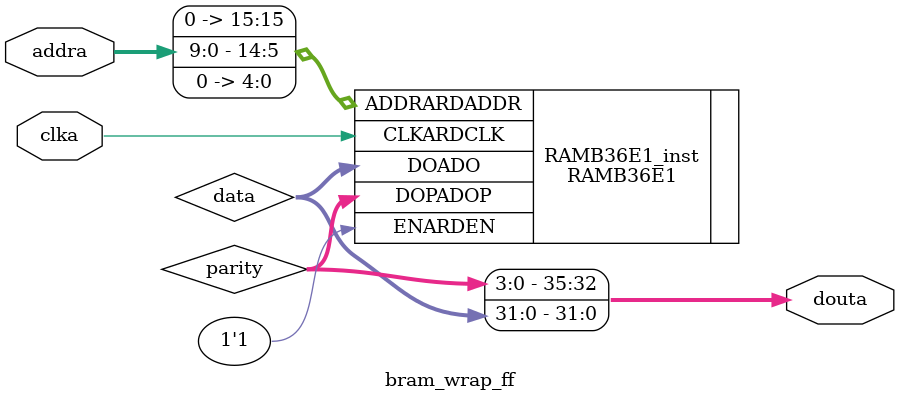
<source format=v>
`timescale 1ns / 1ps


module bram_wrap_ff(
    input clka,
    input [9:0] addra,
    output [35:0] douta
    );
    
    wire [31:0] data;
    wire [3:0] parity;
    
    assign douta = {parity, data};
    
RAMB36E1 #(
   // Address Collision Mode: "PERFORMANCE" or "DELAYED_WRITE"
   .RDADDR_COLLISION_HWCONFIG("DELAYED_WRITE"),
   // Collision check: Values ("ALL", "WARNING_ONLY", "GENERATE_X_ONLY" or "NONE")
   .SIM_COLLISION_CHECK("ALL"),
   // DOA_REG, DOB_REG: Optional output register (0 or 1)
   .DOA_REG(0),
   .DOB_REG(0),
   .EN_ECC_READ("FALSE"),                                                            // Enable ECC decoder,
                                                                                     // FALSE, TRUE
   .EN_ECC_WRITE("FALSE"),                                                           // Enable ECC encoder,
                                                                                     // FALSE, TRUE
   // INITP_00 to INITP_0F: Initial contents of the parity memory array
        .INITP_00(256'hFFFFFFFFFFFFFFFFFFFFFFFFFFFFFFFFFFFFFFFFFFFFFFFFFFFFFFFFFFFFFFFF),
        .INITP_01(256'hFFFFFFFFFFFFFFFFFFFFFFFFFFFFFFFFFFFFFFFFFFFFFFFFFFFFFFFFFFFFFFFF),
        .INITP_02(256'hFFFFFFFFFFFFFFFFFFFFFFFFFFFFFFFFFFFFFFFFFFFFFFFFFFFFFFFFFFFFFFFF),
        .INITP_03(256'hFFFFFFFFFFFFFFFFFFFFFFFFFFFFFFFFFFFFFFFFFFFFFFFFFFFFFFFFFFFFFFFF),
        .INITP_04(256'hFFFFFFFFFFFFFFFFFFFFFFFFFFFFFFFFFFFFFFFFFFFFFFFFFFFFFFFFFFFFFFFF),
        .INITP_05(256'hFFFFFFFFFFFFFFFFFFFFFFFFFFFFFFFFFFFFFFFFFFFFFFFFFFFFFFFFFFFFFFFF),
        .INITP_06(256'hFFFFFFFFFFFFFFFFFFFFFFFFFFFFFFFFFFFFFFFFFFFFFFFFFFFFFFFFFFFFFFFF),
        .INITP_07(256'hFFFFFFFFFFFFFFFFFFFFFFFFFFFFFFFFFFFFFFFFFFFFFFFFFFFFFFFFFFFFFFFF),
        .INITP_08(256'hFFFFFFFFFFFFFFFFFFFFFFFFFFFFFFFFFFFFFFFFFFFFFFFFFFFFFFFFFFFFFFFF),
        .INITP_09(256'hFFFFFFFFFFFFFFFFFFFFFFFFFFFFFFFFFFFFFFFFFFFFFFFFFFFFFFFFFFFFFFFF),
        .INITP_0A(256'hFFFFFFFFFFFFFFFFFFFFFFFFFFFFFFFFFFFFFFFFFFFFFFFFFFFFFFFFFFFFFFFF),
        .INITP_0B(256'hFFFFFFFFFFFFFFFFFFFFFFFFFFFFFFFFFFFFFFFFFFFFFFFFFFFFFFFFFFFFFFFF),
        .INITP_0C(256'hFFFFFFFFFFFFFFFFFFFFFFFFFFFFFFFFFFFFFFFFFFFFFFFFFFFFFFFFFFFFFFFF),
        .INITP_0D(256'hFFFFFFFFFFFFFFFFFFFFFFFFFFFFFFFFFFFFFFFFFFFFFFFFFFFFFFFFFFFFFFFF),
        .INITP_0E(256'hFFFFFFFFFFFFFFFFFFFFFFFFFFFFFFFFFFFFFFFFFFFFFFFFFFFFFFFFFFFFFFFF),
        .INITP_0F(256'hFFFFFFFFFFFFFFFFFFFFFFFFFFFFFFFFFFFFFFFFFFFFFFFFFFFFFFFFFFFFFFFF),
   // INIT_00 to INIT_7F: Initial contents of the data memory array
        .INIT_00(256'hFFFFFFFFFFFFFFFFFFFFFFFFFFFFFFFFFFFFFFFFFFFFFFFFFFFFFFFFFFFFFFFF),
        .INIT_01(256'hFFFFFFFFFFFFFFFFFFFFFFFFFFFFFFFFFFFFFFFFFFFFFFFFFFFFFFFFFFFFFFFF),
        .INIT_02(256'hFFFFFFFFFFFFFFFFFFFFFFFFFFFFFFFFFFFFFFFFFFFFFFFFFFFFFFFFFFFFFFFF),
        .INIT_03(256'hFFFFFFFFFFFFFFFFFFFFFFFFFFFFFFFFFFFFFFFFFFFFFFFFFFFFFFFFFFFFFFFF),
        .INIT_04(256'hFFFFFFFFFFFFFFFFFFFFFFFFFFFFFFFFFFFFFFFFFFFFFFFFFFFFFFFFFFFFFFFF),
        .INIT_05(256'hFFFFFFFFFFFFFFFFFFFFFFFFFFFFFFFFFFFFFFFFFFFFFFFFFFFFFFFFFFFFFFFF),
        .INIT_06(256'hFFFFFFFFFFFFFFFFFFFFFFFFFFFFFFFFFFFFFFFFFFFFFFFFFFFFFFFFFFFFFFFF),
        .INIT_07(256'hFFFFFFFFFFFFFFFFFFFFFFFFFFFFFFFFFFFFFFFFFFFFFFFFFFFFFFFFFFFFFFFF),
        .INIT_08(256'hFFFFFFFFFFFFFFFFFFFFFFFFFFFFFFFFFFFFFFFFFFFFFFFFFFFFFFFFFFFFFFFF),
        .INIT_09(256'hFFFFFFFFFFFFFFFFFFFFFFFFFFFFFFFFFFFFFFFFFFFFFFFFFFFFFFFFFFFFFFFF),
        .INIT_0A(256'hFFFFFFFFFFFFFFFFFFFFFFFFFFFFFFFFFFFFFFFFFFFFFFFFFFFFFFFFFFFFFFFF),
        .INIT_0B(256'hFFFFFFFFFFFFFFFFFFFFFFFFFFFFFFFFFFFFFFFFFFFFFFFFFFFFFFFFFFFFFFFF),
        .INIT_0C(256'hFFFFFFFFFFFFFFFFFFFFFFFFFFFFFFFFFFFFFFFFFFFFFFFFFFFFFFFFFFFFFFFF),
        .INIT_0D(256'hFFFFFFFFFFFFFFFFFFFFFFFFFFFFFFFFFFFFFFFFFFFFFFFFFFFFFFFFFFFFFFFF),
        .INIT_0E(256'hFFFFFFFFFFFFFFFFFFFFFFFFFFFFFFFFFFFFFFFFFFFFFFFFFFFFFFFFFFFFFFFF),
        .INIT_0F(256'hFFFFFFFFFFFFFFFFFFFFFFFFFFFFFFFFFFFFFFFFFFFFFFFFFFFFFFFFFFFFFFFF),
        .INIT_10(256'hFFFFFFFFFFFFFFFFFFFFFFFFFFFFFFFFFFFFFFFFFFFFFFFFFFFFFFFFFFFFFFFF),
        .INIT_11(256'hFFFFFFFFFFFFFFFFFFFFFFFFFFFFFFFFFFFFFFFFFFFFFFFFFFFFFFFFFFFFFFFF),
        .INIT_12(256'hFFFFFFFFFFFFFFFFFFFFFFFFFFFFFFFFFFFFFFFFFFFFFFFFFFFFFFFFFFFFFFFF),
        .INIT_13(256'hFFFFFFFFFFFFFFFFFFFFFFFFFFFFFFFFFFFFFFFFFFFFFFFFFFFFFFFFFFFFFFFF),
        .INIT_14(256'hFFFFFFFFFFFFFFFFFFFFFFFFFFFFFFFFFFFFFFFFFFFFFFFFFFFFFFFFFFFFFFFF),
        .INIT_15(256'hFFFFFFFFFFFFFFFFFFFFFFFFFFFFFFFFFFFFFFFFFFFFFFFFFFFFFFFFFFFFFFFF),
        .INIT_16(256'hFFFFFFFFFFFFFFFFFFFFFFFFFFFFFFFFFFFFFFFFFFFFFFFFFFFFFFFFFFFFFFFF),
        .INIT_17(256'hFFFFFFFFFFFFFFFFFFFFFFFFFFFFFFFFFFFFFFFFFFFFFFFFFFFFFFFFFFFFFFFF),
        .INIT_18(256'hFFFFFFFFFFFFFFFFFFFFFFFFFFFFFFFFFFFFFFFFFFFFFFFFFFFFFFFFFFFFFFFF),
        .INIT_19(256'hFFFFFFFFFFFFFFFFFFFFFFFFFFFFFFFFFFFFFFFFFFFFFFFFFFFFFFFFFFFFFFFF),
        .INIT_1A(256'hFFFFFFFFFFFFFFFFFFFFFFFFFFFFFFFFFFFFFFFFFFFFFFFFFFFFFFFFFFFFFFFF),
        .INIT_1B(256'hFFFFFFFFFFFFFFFFFFFFFFFFFFFFFFFFFFFFFFFFFFFFFFFFFFFFFFFFFFFFFFFF),
        .INIT_1C(256'hFFFFFFFFFFFFFFFFFFFFFFFFFFFFFFFFFFFFFFFFFFFFFFFFFFFFFFFFFFFFFFFF),
        .INIT_1D(256'hFFFFFFFFFFFFFFFFFFFFFFFFFFFFFFFFFFFFFFFFFFFFFFFFFFFFFFFFFFFFFFFF),
        .INIT_1E(256'hFFFFFFFFFFFFFFFFFFFFFFFFFFFFFFFFFFFFFFFFFFFFFFFFFFFFFFFFFFFFFFFF),
        .INIT_1F(256'hFFFFFFFFFFFFFFFFFFFFFFFFFFFFFFFFFFFFFFFFFFFFFFFFFFFFFFFFFFFFFFFF),
        .INIT_20(256'hFFFFFFFFFFFFFFFFFFFFFFFFFFFFFFFFFFFFFFFFFFFFFFFFFFFFFFFFFFFFFFFF),
        .INIT_21(256'hFFFFFFFFFFFFFFFFFFFFFFFFFFFFFFFFFFFFFFFFFFFFFFFFFFFFFFFFFFFFFFFF),
        .INIT_22(256'hFFFFFFFFFFFFFFFFFFFFFFFFFFFFFFFFFFFFFFFFFFFFFFFFFFFFFFFFFFFFFFFF),
        .INIT_23(256'hFFFFFFFFFFFFFFFFFFFFFFFFFFFFFFFFFFFFFFFFFFFFFFFFFFFFFFFFFFFFFFFF),
        .INIT_24(256'hFFFFFFFFFFFFFFFFFFFFFFFFFFFFFFFFFFFFFFFFFFFFFFFFFFFFFFFFFFFFFFFF),
        .INIT_25(256'hFFFFFFFFFFFFFFFFFFFFFFFFFFFFFFFFFFFFFFFFFFFFFFFFFFFFFFFFFFFFFFFF),
        .INIT_26(256'hFFFFFFFFFFFFFFFFFFFFFFFFFFFFFFFFFFFFFFFFFFFFFFFFFFFFFFFFFFFFFFFF),
        .INIT_27(256'hFFFFFFFFFFFFFFFFFFFFFFFFFFFFFFFFFFFFFFFFFFFFFFFFFFFFFFFFFFFFFFFF),
        .INIT_28(256'hFFFFFFFFFFFFFFFFFFFFFFFFFFFFFFFFFFFFFFFFFFFFFFFFFFFFFFFFFFFFFFFF),
        .INIT_29(256'hFFFFFFFFFFFFFFFFFFFFFFFFFFFFFFFFFFFFFFFFFFFFFFFFFFFFFFFFFFFFFFFF),
        .INIT_2A(256'hFFFFFFFFFFFFFFFFFFFFFFFFFFFFFFFFFFFFFFFFFFFFFFFFFFFFFFFFFFFFFFFF),
        .INIT_2B(256'hFFFFFFFFFFFFFFFFFFFFFFFFFFFFFFFFFFFFFFFFFFFFFFFFFFFFFFFFFFFFFFFF),
        .INIT_2C(256'hFFFFFFFFFFFFFFFFFFFFFFFFFFFFFFFFFFFFFFFFFFFFFFFFFFFFFFFFFFFFFFFF),
        .INIT_2D(256'hFFFFFFFFFFFFFFFFFFFFFFFFFFFFFFFFFFFFFFFFFFFFFFFFFFFFFFFFFFFFFFFF),
        .INIT_2E(256'hFFFFFFFFFFFFFFFFFFFFFFFFFFFFFFFFFFFFFFFFFFFFFFFFFFFFFFFFFFFFFFFF),
        .INIT_2F(256'hFFFFFFFFFFFFFFFFFFFFFFFFFFFFFFFFFFFFFFFFFFFFFFFFFFFFFFFFFFFFFFFF),
        .INIT_30(256'hFFFFFFFFFFFFFFFFFFFFFFFFFFFFFFFFFFFFFFFFFFFFFFFFFFFFFFFFFFFFFFFF),
        .INIT_31(256'hFFFFFFFFFFFFFFFFFFFFFFFFFFFFFFFFFFFFFFFFFFFFFFFFFFFFFFFFFFFFFFFF),
        .INIT_32(256'hFFFFFFFFFFFFFFFFFFFFFFFFFFFFFFFFFFFFFFFFFFFFFFFFFFFFFFFFFFFFFFFF),
        .INIT_33(256'hFFFFFFFFFFFFFFFFFFFFFFFFFFFFFFFFFFFFFFFFFFFFFFFFFFFFFFFFFFFFFFFF),
        .INIT_34(256'hFFFFFFFFFFFFFFFFFFFFFFFFFFFFFFFFFFFFFFFFFFFFFFFFFFFFFFFFFFFFFFFF),
        .INIT_35(256'hFFFFFFFFFFFFFFFFFFFFFFFFFFFFFFFFFFFFFFFFFFFFFFFFFFFFFFFFFFFFFFFF),
        .INIT_36(256'hFFFFFFFFFFFFFFFFFFFFFFFFFFFFFFFFFFFFFFFFFFFFFFFFFFFFFFFFFFFFFFFF),
        .INIT_37(256'hFFFFFFFFFFFFFFFFFFFFFFFFFFFFFFFFFFFFFFFFFFFFFFFFFFFFFFFFFFFFFFFF),
        .INIT_38(256'hFFFFFFFFFFFFFFFFFFFFFFFFFFFFFFFFFFFFFFFFFFFFFFFFFFFFFFFFFFFFFFFF),
        .INIT_39(256'hFFFFFFFFFFFFFFFFFFFFFFFFFFFFFFFFFFFFFFFFFFFFFFFFFFFFFFFFFFFFFFFF),
        .INIT_3A(256'hFFFFFFFFFFFFFFFFFFFFFFFFFFFFFFFFFFFFFFFFFFFFFFFFFFFFFFFFFFFFFFFF),
        .INIT_3B(256'hFFFFFFFFFFFFFFFFFFFFFFFFFFFFFFFFFFFFFFFFFFFFFFFFFFFFFFFFFFFFFFFF),
        .INIT_3C(256'hFFFFFFFFFFFFFFFFFFFFFFFFFFFFFFFFFFFFFFFFFFFFFFFFFFFFFFFFFFFFFFFF),
        .INIT_3D(256'hFFFFFFFFFFFFFFFFFFFFFFFFFFFFFFFFFFFFFFFFFFFFFFFFFFFFFFFFFFFFFFFF),
        .INIT_3E(256'hFFFFFFFFFFFFFFFFFFFFFFFFFFFFFFFFFFFFFFFFFFFFFFFFFFFFFFFFFFFFFFFF),
        .INIT_3F(256'hFFFFFFFFFFFFFFFFFFFFFFFFFFFFFFFFFFFFFFFFFFFFFFFFFFFFFFFFFFFFFFFF),
        .INIT_40(256'hFFFFFFFFFFFFFFFFFFFFFFFFFFFFFFFFFFFFFFFFFFFFFFFFFFFFFFFFFFFFFFFF),
        .INIT_41(256'hFFFFFFFFFFFFFFFFFFFFFFFFFFFFFFFFFFFFFFFFFFFFFFFFFFFFFFFFFFFFFFFF),
        .INIT_42(256'hFFFFFFFFFFFFFFFFFFFFFFFFFFFFFFFFFFFFFFFFFFFFFFFFFFFFFFFFFFFFFFFF),
        .INIT_43(256'hFFFFFFFFFFFFFFFFFFFFFFFFFFFFFFFFFFFFFFFFFFFFFFFFFFFFFFFFFFFFFFFF),
        .INIT_44(256'hFFFFFFFFFFFFFFFFFFFFFFFFFFFFFFFFFFFFFFFFFFFFFFFFFFFFFFFFFFFFFFFF),
        .INIT_45(256'hFFFFFFFFFFFFFFFFFFFFFFFFFFFFFFFFFFFFFFFFFFFFFFFFFFFFFFFFFFFFFFFF),
        .INIT_46(256'hFFFFFFFFFFFFFFFFFFFFFFFFFFFFFFFFFFFFFFFFFFFFFFFFFFFFFFFFFFFFFFFF),
        .INIT_47(256'hFFFFFFFFFFFFFFFFFFFFFFFFFFFFFFFFFFFFFFFFFFFFFFFFFFFFFFFFFFFFFFFF),
        .INIT_48(256'hFFFFFFFFFFFFFFFFFFFFFFFFFFFFFFFFFFFFFFFFFFFFFFFFFFFFFFFFFFFFFFFF),
        .INIT_49(256'hFFFFFFFFFFFFFFFFFFFFFFFFFFFFFFFFFFFFFFFFFFFFFFFFFFFFFFFFFFFFFFFF),
        .INIT_4A(256'hFFFFFFFFFFFFFFFFFFFFFFFFFFFFFFFFFFFFFFFFFFFFFFFFFFFFFFFFFFFFFFFF),
        .INIT_4B(256'hFFFFFFFFFFFFFFFFFFFFFFFFFFFFFFFFFFFFFFFFFFFFFFFFFFFFFFFFFFFFFFFF),
        .INIT_4C(256'hFFFFFFFFFFFFFFFFFFFFFFFFFFFFFFFFFFFFFFFFFFFFFFFFFFFFFFFFFFFFFFFF),
        .INIT_4D(256'hFFFFFFFFFFFFFFFFFFFFFFFFFFFFFFFFFFFFFFFFFFFFFFFFFFFFFFFFFFFFFFFF),
        .INIT_4E(256'hFFFFFFFFFFFFFFFFFFFFFFFFFFFFFFFFFFFFFFFFFFFFFFFFFFFFFFFFFFFFFFFF),
        .INIT_4F(256'hFFFFFFFFFFFFFFFFFFFFFFFFFFFFFFFFFFFFFFFFFFFFFFFFFFFFFFFFFFFFFFFF),
        .INIT_50(256'hFFFFFFFFFFFFFFFFFFFFFFFFFFFFFFFFFFFFFFFFFFFFFFFFFFFFFFFFFFFFFFFF),
        .INIT_51(256'hFFFFFFFFFFFFFFFFFFFFFFFFFFFFFFFFFFFFFFFFFFFFFFFFFFFFFFFFFFFFFFFF),
        .INIT_52(256'hFFFFFFFFFFFFFFFFFFFFFFFFFFFFFFFFFFFFFFFFFFFFFFFFFFFFFFFFFFFFFFFF),
        .INIT_53(256'hFFFFFFFFFFFFFFFFFFFFFFFFFFFFFFFFFFFFFFFFFFFFFFFFFFFFFFFFFFFFFFFF),
        .INIT_54(256'hFFFFFFFFFFFFFFFFFFFFFFFFFFFFFFFFFFFFFFFFFFFFFFFFFFFFFFFFFFFFFFFF),
        .INIT_55(256'hFFFFFFFFFFFFFFFFFFFFFFFFFFFFFFFFFFFFFFFFFFFFFFFFFFFFFFFFFFFFFFFF),
        .INIT_56(256'hFFFFFFFFFFFFFFFFFFFFFFFFFFFFFFFFFFFFFFFFFFFFFFFFFFFFFFFFFFFFFFFF),
        .INIT_57(256'hFFFFFFFFFFFFFFFFFFFFFFFFFFFFFFFFFFFFFFFFFFFFFFFFFFFFFFFFFFFFFFFF),
        .INIT_58(256'hFFFFFFFFFFFFFFFFFFFFFFFFFFFFFFFFFFFFFFFFFFFFFFFFFFFFFFFFFFFFFFFF),
        .INIT_59(256'hFFFFFFFFFFFFFFFFFFFFFFFFFFFFFFFFFFFFFFFFFFFFFFFFFFFFFFFFFFFFFFFF),
        .INIT_5A(256'hFFFFFFFFFFFFFFFFFFFFFFFFFFFFFFFFFFFFFFFFFFFFFFFFFFFFFFFFFFFFFFFF),
        .INIT_5B(256'hFFFFFFFFFFFFFFFFFFFFFFFFFFFFFFFFFFFFFFFFFFFFFFFFFFFFFFFFFFFFFFFF),
        .INIT_5C(256'hFFFFFFFFFFFFFFFFFFFFFFFFFFFFFFFFFFFFFFFFFFFFFFFFFFFFFFFFFFFFFFFF),
        .INIT_5D(256'hFFFFFFFFFFFFFFFFFFFFFFFFFFFFFFFFFFFFFFFFFFFFFFFFFFFFFFFFFFFFFFFF),
        .INIT_5E(256'hFFFFFFFFFFFFFFFFFFFFFFFFFFFFFFFFFFFFFFFFFFFFFFFFFFFFFFFFFFFFFFFF),
        .INIT_5F(256'hFFFFFFFFFFFFFFFFFFFFFFFFFFFFFFFFFFFFFFFFFFFFFFFFFFFFFFFFFFFFFFFF),
        .INIT_60(256'hFFFFFFFFFFFFFFFFFFFFFFFFFFFFFFFFFFFFFFFFFFFFFFFFFFFFFFFFFFFFFFFF),
        .INIT_61(256'hFFFFFFFFFFFFFFFFFFFFFFFFFFFFFFFFFFFFFFFFFFFFFFFFFFFFFFFFFFFFFFFF),
        .INIT_62(256'hFFFFFFFFFFFFFFFFFFFFFFFFFFFFFFFFFFFFFFFFFFFFFFFFFFFFFFFFFFFFFFFF),
        .INIT_63(256'hFFFFFFFFFFFFFFFFFFFFFFFFFFFFFFFFFFFFFFFFFFFFFFFFFFFFFFFFFFFFFFFF),
        .INIT_64(256'hFFFFFFFFFFFFFFFFFFFFFFFFFFFFFFFFFFFFFFFFFFFFFFFFFFFFFFFFFFFFFFFF),
        .INIT_65(256'hFFFFFFFFFFFFFFFFFFFFFFFFFFFFFFFFFFFFFFFFFFFFFFFFFFFFFFFFFFFFFFFF),
        .INIT_66(256'hFFFFFFFFFFFFFFFFFFFFFFFFFFFFFFFFFFFFFFFFFFFFFFFFFFFFFFFFFFFFFFFF),
        .INIT_67(256'hFFFFFFFFFFFFFFFFFFFFFFFFFFFFFFFFFFFFFFFFFFFFFFFFFFFFFFFFFFFFFFFF),
        .INIT_68(256'hFFFFFFFFFFFFFFFFFFFFFFFFFFFFFFFFFFFFFFFFFFFFFFFFFFFFFFFFFFFFFFFF),
        .INIT_69(256'hFFFFFFFFFFFFFFFFFFFFFFFFFFFFFFFFFFFFFFFFFFFFFFFFFFFFFFFFFFFFFFFF),
        .INIT_6A(256'hFFFFFFFFFFFFFFFFFFFFFFFFFFFFFFFFFFFFFFFFFFFFFFFFFFFFFFFFFFFFFFFF),
        .INIT_6B(256'hFFFFFFFFFFFFFFFFFFFFFFFFFFFFFFFFFFFFFFFFFFFFFFFFFFFFFFFFFFFFFFFF),
        .INIT_6C(256'hFFFFFFFFFFFFFFFFFFFFFFFFFFFFFFFFFFFFFFFFFFFFFFFFFFFFFFFFFFFFFFFF),
        .INIT_6D(256'hFFFFFFFFFFFFFFFFFFFFFFFFFFFFFFFFFFFFFFFFFFFFFFFFFFFFFFFFFFFFFFFF),
        .INIT_6E(256'hFFFFFFFFFFFFFFFFFFFFFFFFFFFFFFFFFFFFFFFFFFFFFFFFFFFFFFFFFFFFFFFF),
        .INIT_6F(256'hFFFFFFFFFFFFFFFFFFFFFFFFFFFFFFFFFFFFFFFFFFFFFFFFFFFFFFFFFFFFFFFF),
        .INIT_70(256'hFFFFFFFFFFFFFFFFFFFFFFFFFFFFFFFFFFFFFFFFFFFFFFFFFFFFFFFFFFFFFFFF),
        .INIT_71(256'hFFFFFFFFFFFFFFFFFFFFFFFFFFFFFFFFFFFFFFFFFFFFFFFFFFFFFFFFFFFFFFFF),
        .INIT_72(256'hFFFFFFFFFFFFFFFFFFFFFFFFFFFFFFFFFFFFFFFFFFFFFFFFFFFFFFFFFFFFFFFF),
        .INIT_73(256'hFFFFFFFFFFFFFFFFFFFFFFFFFFFFFFFFFFFFFFFFFFFFFFFFFFFFFFFFFFFFFFFF),
        .INIT_74(256'hFFFFFFFFFFFFFFFFFFFFFFFFFFFFFFFFFFFFFFFFFFFFFFFFFFFFFFFFFFFFFFFF),
        .INIT_75(256'hFFFFFFFFFFFFFFFFFFFFFFFFFFFFFFFFFFFFFFFFFFFFFFFFFFFFFFFFFFFFFFFF),
        .INIT_76(256'hFFFFFFFFFFFFFFFFFFFFFFFFFFFFFFFFFFFFFFFFFFFFFFFFFFFFFFFFFFFFFFFF),
        .INIT_77(256'hFFFFFFFFFFFFFFFFFFFFFFFFFFFFFFFFFFFFFFFFFFFFFFFFFFFFFFFFFFFFFFFF),
        .INIT_78(256'hFFFFFFFFFFFFFFFFFFFFFFFFFFFFFFFFFFFFFFFFFFFFFFFFFFFFFFFFFFFFFFFF),
        .INIT_79(256'hFFFFFFFFFFFFFFFFFFFFFFFFFFFFFFFFFFFFFFFFFFFFFFFFFFFFFFFFFFFFFFFF),
        .INIT_7A(256'hFFFFFFFFFFFFFFFFFFFFFFFFFFFFFFFFFFFFFFFFFFFFFFFFFFFFFFFFFFFFFFFF),
        .INIT_7B(256'hFFFFFFFFFFFFFFFFFFFFFFFFFFFFFFFFFFFFFFFFFFFFFFFFFFFFFFFFFFFFFFFF),
        .INIT_7C(256'hFFFFFFFFFFFFFFFFFFFFFFFFFFFFFFFFFFFFFFFFFFFFFFFFFFFFFFFFFFFFFFFF),
        .INIT_7D(256'hFFFFFFFFFFFFFFFFFFFFFFFFFFFFFFFFFFFFFFFFFFFFFFFFFFFFFFFFFFFFFFFF),
        .INIT_7E(256'hFFFFFFFFFFFFFFFFFFFFFFFFFFFFFFFFFFFFFFFFFFFFFFFFFFFFFFFFFFFFFFFF),
        .INIT_7F(256'hFFFFFFFFFFFFFFFFFFFFFFFFFFFFFFFFFFFFFFFFFFFFFFFFFFFFFFFFFFFFFFFF),
   // INIT_A, INIT_B: Initial values on output ports
   .INIT_A(36'h000000000),
   .INIT_B(36'h000000000),
   // Initialization File: RAM initialization file
   .INIT_FILE("NONE"),
   // RAM Mode: "SDP" or "TDP"
   .RAM_MODE("TDP"),
   // RAM_EXTENSION_A, RAM_EXTENSION_B: Selects cascade mode ("UPPER", "LOWER", or "NONE")
   .RAM_EXTENSION_A("NONE"),
   .RAM_EXTENSION_B("NONE"),
   // READ_WIDTH_A/B, WRITE_WIDTH_A/B: Read/write width per port
   .READ_WIDTH_A(36),                                                                 // 0-72
   .READ_WIDTH_B(0),                                                                 // 0-36
   .WRITE_WIDTH_A(0),                                                                // 0-36
   .WRITE_WIDTH_B(0),                                                                // 0-72
   // RSTREG_PRIORITY_A, RSTREG_PRIORITY_B: Reset or enable priority ("RSTREG" or "REGCE")
   .RSTREG_PRIORITY_A("RSTREG"),
   .RSTREG_PRIORITY_B("RSTREG"),
   // SRVAL_A, SRVAL_B: Set/reset value for output
   .SRVAL_A(36'h000000000),
   .SRVAL_B(36'h000000000),
   // Simulation Device: Must be set to "7SERIES" for simulation behavior
   .SIM_DEVICE("7SERIES"),
   // WriteMode: Value on output upon a write ("WRITE_FIRST", "READ_FIRST", or "NO_CHANGE")
   .WRITE_MODE_A("NO_CHANGE"),
   .WRITE_MODE_B("NO_CHANGE")
)
RAMB36E1_inst (
   // Cascade Signals: 1-bit (each) output: BRAM cascade ports (to create 64kx1)
   //.CASCADEOUTA(CASCADEOUTA),     // 1-bit output: A port cascade
   //.CASCADEOUTB(CASCADEOUTB),     // 1-bit output: B port cascade
   // ECC Signals: 1-bit (each) output: Error Correction Circuitry ports
   //.DBITERR(DBITERR),             // 1-bit output: Double bit error status
   //.ECCPARITY(ECCPARITY),         // 8-bit output: Generated error correction parity
   //.RDADDRECC(RDADDRECC),         // 9-bit output: ECC read address
   //.SBITERR(SBITERR),             // 1-bit output: Single bit error status
   // Port A Data: 32-bit (each) output: Port A data
   .DOADO(data),                 // 32-bit output: A port data/LSB data
   .DOPADOP(parity),             // 4-bit output: A port parity/LSB parity
   // Port B Data: 32-bit (each) output: Port B data
   //.DOBDO(DOBDO),                 // 32-bit output: B port data/MSB data
   //.DOPBDOP(DOPBDOP),             // 4-bit output: B port parity/MSB parity
   // Cascade Signals: 1-bit (each) input: BRAM cascade ports (to create 64kx1)
   //.CASCADEINA(CASCADEINA),       // 1-bit input: A port cascade
   //.CASCADEINB(CASCADEINB),       // 1-bit input: B port cascade
   // ECC Signals: 1-bit (each) input: Error Correction Circuitry ports
   //.INJECTDBITERR(INJECTDBITERR), // 1-bit input: Inject a double bit error
   //.INJECTSBITERR(INJECTSBITERR), // 1-bit input: Inject a single bit error
   // Port A Address/Control Signals: 16-bit (each) input: Port A address and control signals (read port
   // when RAM_MODE="SDP")
   .ADDRARDADDR({1'b0, addra[9:0], 5'b00000}),     // 16-bit input: A port address/Read address
   .CLKARDCLK(clka),         // 1-bit input: A port clock/Read clock
   .ENARDEN(1'b1)             // 1-bit input: A port enable/Read enable
   //.REGCEAREGCE(REGCEAREGCE),     // 1-bit input: A port register enable/Register enable
   //.RSTRAMARSTRAM(RSTRAMARSTRAM), // 1-bit input: A port set/reset
   //.RSTREGARSTREG(RSTREGARSTREG), // 1-bit input: A port register set/reset
   //.WEA(WEA),                     // 4-bit input: A port write enable
   // Port A Data: 32-bit (each) input: Port A data
   //.DIADI(DIADI),                 // 32-bit input: A port data/LSB data
   //.DIPADIP(DIPADIP)             // 4-bit input: A port parity/LSB parity
   // Port B Address/Control Signals: 16-bit (each) input: Port B address and control signals (write port
   // when RAM_MODE="SDP")
   //.ADDRBWRADDR(ADDRBWRADDR),     // 16-bit input: B port address/Write address
   //.CLKBWRCLK(CLKBWRCLK),         // 1-bit input: B port clock/Write clock
   //.ENBWREN(ENBWREN),             // 1-bit input: B port enable/Write enable
   //.REGCEB(REGCEB),               // 1-bit input: B port register enable
   //.RSTRAMB(RSTRAMB),             // 1-bit input: B port set/reset
   //.RSTREGB(RSTREGB),             // 1-bit input: B port register set/reset
   //.WEBWE(WEBWE),                 // 8-bit input: B port write enable/Write enable
   // Port B Data: 32-bit (each) input: Port B data
   //.DIBDI(DIBDI),                 // 32-bit input: B port data/MSB data
   //.DIPBDIP(DIPBDIP)              // 4-bit input: B port parity/MSB parity
);

// End of RAMB36E1_inst instantiation
    
endmodule

</source>
